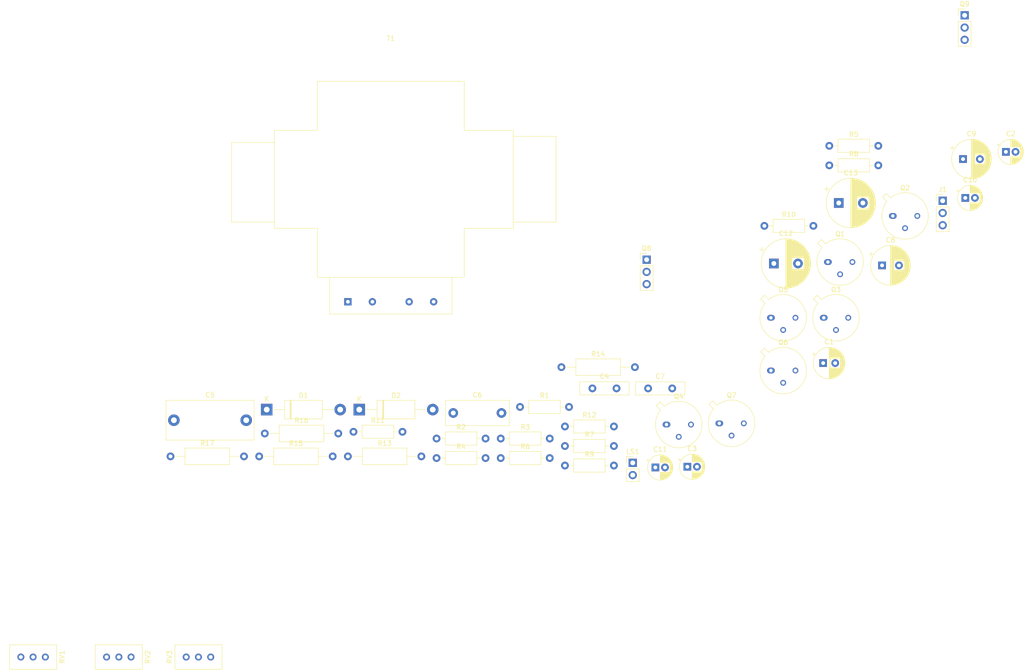
<source format=kicad_pcb>
(kicad_pcb (version 20171130) (host pcbnew 5.1.9)
  (layers (0 F.Cu signal) (31 B.Cu signal) (34 B.Paste user) (35 F.Paste user) (36 B.SilkS user) (37 F.SilkS user) (38 B.Mask user) (39 F.Mask user) (44 Edge.Cuts user))
  (net 0 "")
  (net 1 "Net-(C1-Pad2)")
  (net 2 GND)
  (net 3 "Net-(C2-Pad2)")
  (net 4 "Net-(C2-Pad1)")
  (net 5 "Net-(C3-Pad2)")
  (net 6 "Net-(C3-Pad1)")
  (net 7 "Net-(C4-Pad2)")
  (net 8 "Net-(C4-Pad1)")
  (net 9 "Net-(C5-Pad2)")
  (net 10 "Net-(C6-Pad2)")
  (net 11 "Net-(C6-Pad1)")
  (net 12 "Net-(C7-Pad1)")
  (net 13 -24V)
  (net 14 "Net-(C8-Pad1)")
  (net 15 "Net-(C10-Pad2)")
  (net 16 "Net-(C10-Pad1)")
  (net 17 "Net-(C11-Pad2)")
  (net 18 "Net-(C12-Pad1)")
  (net 19 "Net-(D1-Pad2)")
  (net 20 "Net-(D1-Pad1)")
  (net 21 "Net-(D2-Pad2)")
  (net 22 "Net-(J1-Pad3)")
  (net 23 "Net-(J1-Pad1)")
  (net 24 "Net-(LS1-Pad1)")
  (net 25 "Net-(Q1-Pad2)")
  (net 26 "Net-(Q2-Pad3)")
  (net 27 "Net-(Q2-Pad2)")
  (net 28 "Net-(Q4-Pad2)")
  (net 29 "Net-(Q6-Pad2)")
  (net 30 "Net-(Q7-Pad3)")
  (module footprints:Transformer_44x40 (layer F.Cu) (at 111 80)
    (fp_text reference T1 (at 0 -29.21) (layer F.SilkS))
    (fp_text value Transformer_1P_1S)
    (pad "" np_thru_hole oval (at -27.94 0 90) (size 4 6) (drill oval 4 6) (layers *.Cu *.Mask))
    (pad "" np_thru_hole oval (at 29.21 0 90) (size 4 6) (drill oval 4 6) (layers *.Cu *.Mask))
    (pad 4 thru_hole circle (at 8.89 25.4) (size 1.524 1.524) (drill 0.762) (layers *.Cu *.Mask) (net 16 "Net-(C10-Pad1)"))
    (pad 3 thru_hole circle (at 3.81 25.4) (size 1.524 1.524) (drill 0.762) (layers *.Cu *.Mask) (net 2 GND))
    (pad 2 thru_hole circle (at -3.81 25.4) (size 1.524 1.524) (drill 0.762) (layers *.Cu *.Mask) (net 14 "Net-(C8-Pad1)"))
    (pad 1 thru_hole rect (at -8.89 25.4) (size 1.524 1.524) (drill 0.762) (layers *.Cu *.Mask) (net 28 "Net-(Q4-Pad2)"))
  )
  (module Connector_PinHeader_2.54mm:PinHeader_1x03_P2.54mm_Vertical (layer F.Cu) (at 230 46)
    (fp_text reference Q9 (at 0 -2.33) (layer F.SilkS))
    (fp_text value П213Б)
    (pad 3 thru_hole oval (at 0 5.08) (size 1.7 1.7) (drill 1) (layers *.Cu *.Mask) (net 24 "Net-(LS1-Pad1)"))
    (pad 2 thru_hole oval (at 0 2.54) (size 1.7 1.7) (drill 1) (layers *.Cu *.Mask) (net 2 GND))
    (pad 1 thru_hole rect (at 0 0) (size 1.7 1.7) (drill 1) (layers *.Cu *.Mask) (net 30 "Net-(Q7-Pad3)"))
  )
  (module Connector_PinHeader_2.54mm:PinHeader_1x03_P2.54mm_Vertical (layer F.Cu) (at 164.058088 96.663225)
    (fp_text reference Q8 (at 0 -2.33) (layer F.SilkS))
    (fp_text value П213Б)
    (pad 3 thru_hole oval (at 0 5.08) (size 1.7 1.7) (drill 1) (layers *.Cu *.Mask) (net 13 -24V))
    (pad 2 thru_hole oval (at 0 2.54) (size 1.7 1.7) (drill 1) (layers *.Cu *.Mask) (net 24 "Net-(LS1-Pad1)"))
    (pad 1 thru_hole rect (at 0 0) (size 1.7 1.7) (drill 1) (layers *.Cu *.Mask) (net 29 "Net-(Q6-Pad2)"))
  )
  (module Potentiometer_THT:Potentiometer_Bourns_3386C_Horizontal (layer F.Cu) (at 68.58 179.07 90)
    (fp_text reference RV3 (at 0 -3.475 90) (layer F.SilkS))
    (fp_text value 47K)
    (pad 1 thru_hole circle (at 0 0 90) (size 1.44 1.44) (drill 0.8) (layers *.Cu *.Mask) (net 10 "Net-(C6-Pad2)"))
    (pad 2 thru_hole circle (at 0 2.54 90) (size 1.44 1.44) (drill 0.8) (layers *.Cu *.Mask) (net 6 "Net-(C3-Pad1)"))
    (pad 3 thru_hole circle (at 0 5.08 90) (size 1.44 1.44) (drill 0.8) (layers *.Cu *.Mask) (net 12 "Net-(C7-Pad1)"))
  )
  (module Potentiometer_THT:Potentiometer_Bourns_3386C_Horizontal (layer F.Cu) (at 57.15 179.07 270)
    (fp_text reference RV2 (at 0 -3.475 90) (layer F.SilkS))
    (fp_text value 47K)
    (pad 1 thru_hole circle (at 0 0 270) (size 1.44 1.44) (drill 0.8) (layers *.Cu *.Mask) (net 7 "Net-(C4-Pad2)"))
    (pad 2 thru_hole circle (at 0 2.54 270) (size 1.44 1.44) (drill 0.8) (layers *.Cu *.Mask) (net 8 "Net-(C4-Pad1)"))
    (pad 3 thru_hole circle (at 0 5.08 270) (size 1.44 1.44) (drill 0.8) (layers *.Cu *.Mask) (net 9 "Net-(C5-Pad2)"))
  )
  (module Potentiometer_THT:Potentiometer_Bourns_3386C_Horizontal (layer F.Cu) (at 39.37 179.07 270)
    (fp_text reference RV1 (at 0 -3.475 90) (layer F.SilkS))
    (fp_text value 47K)
    (pad 1 thru_hole circle (at 0 0 270) (size 1.44 1.44) (drill 0.8) (layers *.Cu *.Mask) (net 23 "Net-(J1-Pad1)"))
    (pad 2 thru_hole circle (at 0 2.54 270) (size 1.44 1.44) (drill 0.8) (layers *.Cu *.Mask) (net 4 "Net-(C2-Pad1)"))
    (pad 3 thru_hole circle (at 0 5.08 270) (size 1.44 1.44) (drill 0.8) (layers *.Cu *.Mask) (net 2 GND))
  )
  (module Resistor_THT:R_Axial_DIN0309_L9.0mm_D3.2mm_P15.24mm_Horizontal (layer F.Cu) (at 65.324759 137.46)
    (fp_text reference R17 (at 7.62 -2.72) (layer F.SilkS))
    (fp_text value 330)
    (pad 2 thru_hole oval (at 15.24 0) (size 1.6 1.6) (drill 0.8) (layers *.Cu *.Mask) (net 2 GND))
    (pad 1 thru_hole circle (at 0 0) (size 1.6 1.6) (drill 0.8) (layers *.Cu *.Mask) (net 30 "Net-(Q7-Pad3)"))
  )
  (module Resistor_THT:R_Axial_DIN0309_L9.0mm_D3.2mm_P15.24mm_Horizontal (layer F.Cu) (at 84.874759 132.71)
    (fp_text reference R16 (at 7.62 -2.72) (layer F.SilkS))
    (fp_text value 350)
    (pad 2 thru_hole oval (at 15.24 0) (size 1.6 1.6) (drill 0.8) (layers *.Cu *.Mask) (net 24 "Net-(LS1-Pad1)"))
    (pad 1 thru_hole circle (at 0 0) (size 1.6 1.6) (drill 0.8) (layers *.Cu *.Mask) (net 29 "Net-(Q6-Pad2)"))
  )
  (module Resistor_THT:R_Axial_DIN0309_L9.0mm_D3.2mm_P15.24mm_Horizontal (layer F.Cu) (at 83.714759 137.46)
    (fp_text reference R15 (at 7.62 -2.72) (layer F.SilkS))
    (fp_text value 6.8K*)
    (pad 2 thru_hole oval (at 15.24 0) (size 1.6 1.6) (drill 0.8) (layers *.Cu *.Mask) (net 2 GND))
    (pad 1 thru_hole circle (at 0 0) (size 1.6 1.6) (drill 0.8) (layers *.Cu *.Mask) (net 17 "Net-(C11-Pad2)"))
  )
  (module Resistor_THT:R_Axial_DIN0309_L9.0mm_D3.2mm_P15.24mm_Horizontal (layer F.Cu) (at 146.384759 118.96)
    (fp_text reference R14 (at 7.62 -2.72) (layer F.SilkS))
    (fp_text value 51*)
    (pad 2 thru_hole oval (at 15.24 0) (size 1.6 1.6) (drill 0.8) (layers *.Cu *.Mask) (net 17 "Net-(C11-Pad2)"))
    (pad 1 thru_hole circle (at 0 0) (size 1.6 1.6) (drill 0.8) (layers *.Cu *.Mask) (net 21 "Net-(D2-Pad2)"))
  )
  (module Resistor_THT:R_Axial_DIN0309_L9.0mm_D3.2mm_P15.24mm_Horizontal (layer F.Cu) (at 102.104759 137.46)
    (fp_text reference R13 (at 7.62 -2.72) (layer F.SilkS))
    (fp_text value 6.8K*)
    (pad 2 thru_hole oval (at 15.24 0) (size 1.6 1.6) (drill 0.8) (layers *.Cu *.Mask) (net 15 "Net-(C10-Pad2)"))
    (pad 1 thru_hole circle (at 0 0) (size 1.6 1.6) (drill 0.8) (layers *.Cu *.Mask) (net 13 -24V))
  )
  (module Resistor_THT:R_Axial_DIN0207_L6.3mm_D2.5mm_P10.16mm_Horizontal (layer F.Cu) (at 147.114759 131.26)
    (fp_text reference R12 (at 5.08 -2.37) (layer F.SilkS))
    (fp_text value 3K)
    (pad 2 thru_hole oval (at 10.16 0) (size 1.6 1.6) (drill 0.8) (layers *.Cu *.Mask) (net 2 GND))
    (pad 1 thru_hole circle (at 0 0) (size 1.6 1.6) (drill 0.8) (layers *.Cu *.Mask) (net 19 "Net-(D1-Pad2)"))
  )
  (module Resistor_THT:R_Axial_DIN0207_L6.3mm_D2.5mm_P10.16mm_Horizontal (layer F.Cu) (at 103.264759 132.36)
    (fp_text reference R11 (at 5.08 -2.37) (layer F.SilkS))
    (fp_text value 200)
    (pad 2 thru_hole oval (at 10.16 0) (size 1.6 1.6) (drill 0.8) (layers *.Cu *.Mask) (net 2 GND))
    (pad 1 thru_hole circle (at 0 0) (size 1.6 1.6) (drill 0.8) (layers *.Cu *.Mask) (net 27 "Net-(Q2-Pad2)"))
  )
  (module Resistor_THT:R_Axial_DIN0207_L6.3mm_D2.5mm_P10.16mm_Horizontal (layer F.Cu) (at 188.474759 89.66)
    (fp_text reference R10 (at 5.08 -2.37) (layer F.SilkS))
    (fp_text value 9.1K)
    (pad 2 thru_hole oval (at 10.16 0) (size 1.6 1.6) (drill 0.8) (layers *.Cu *.Mask) (net 26 "Net-(Q2-Pad3)"))
    (pad 1 thru_hole circle (at 0 0) (size 1.6 1.6) (drill 0.8) (layers *.Cu *.Mask) (net 13 -24V))
  )
  (module Resistor_THT:R_Axial_DIN0207_L6.3mm_D2.5mm_P10.16mm_Horizontal (layer F.Cu) (at 147.114759 139.36)
    (fp_text reference R9 (at 5.08 -2.37) (layer F.SilkS))
    (fp_text value 510K)
    (pad 2 thru_hole oval (at 10.16 0) (size 1.6 1.6) (drill 0.8) (layers *.Cu *.Mask) (net 11 "Net-(C6-Pad1)"))
    (pad 1 thru_hole circle (at 0 0) (size 1.6 1.6) (drill 0.8) (layers *.Cu *.Mask) (net 26 "Net-(Q2-Pad3)"))
  )
  (module Resistor_THT:R_Axial_DIN0207_L6.3mm_D2.5mm_P10.16mm_Horizontal (layer F.Cu) (at 201.934759 77.11)
    (fp_text reference R8 (at 5.08 -2.37) (layer F.SilkS))
    (fp_text value 1K)
    (pad 2 thru_hole oval (at 10.16 0) (size 1.6 1.6) (drill 0.8) (layers *.Cu *.Mask) (net 8 "Net-(C4-Pad1)"))
    (pad 1 thru_hole circle (at 0 0) (size 1.6 1.6) (drill 0.8) (layers *.Cu *.Mask) (net 6 "Net-(C3-Pad1)"))
  )
  (module Resistor_THT:R_Axial_DIN0207_L6.3mm_D2.5mm_P10.16mm_Horizontal (layer F.Cu) (at 147.114759 135.31)
    (fp_text reference R7 (at 5.08 -2.37) (layer F.SilkS))
    (fp_text value 910)
    (pad 2 thru_hole oval (at 10.16 0) (size 1.6 1.6) (drill 0.8) (layers *.Cu *.Mask) (net 2 GND))
    (pad 1 thru_hole circle (at 0 0) (size 1.6 1.6) (drill 0.8) (layers *.Cu *.Mask) (net 9 "Net-(C5-Pad2)"))
  )
  (module Resistor_THT:R_Axial_DIN0207_L6.3mm_D2.5mm_P10.16mm_Horizontal (layer F.Cu) (at 133.804759 137.81)
    (fp_text reference R6 (at 5.08 -2.37) (layer F.SilkS))
    (fp_text value 6.2K)
    (pad 2 thru_hole oval (at 10.16 0) (size 1.6 1.6) (drill 0.8) (layers *.Cu *.Mask) (net 7 "Net-(C4-Pad2)"))
    (pad 1 thru_hole circle (at 0 0) (size 1.6 1.6) (drill 0.8) (layers *.Cu *.Mask) (net 11 "Net-(C6-Pad1)"))
  )
  (module Resistor_THT:R_Axial_DIN0207_L6.3mm_D2.5mm_P10.16mm_Horizontal (layer F.Cu) (at 201.934759 73.06)
    (fp_text reference R5 (at 5.08 -2.37) (layer F.SilkS))
    (fp_text value 15K)
    (pad 2 thru_hole oval (at 10.16 0) (size 1.6 1.6) (drill 0.8) (layers *.Cu *.Mask) (net 1 "Net-(C1-Pad2)"))
    (pad 1 thru_hole circle (at 0 0) (size 1.6 1.6) (drill 0.8) (layers *.Cu *.Mask) (net 13 -24V))
  )
  (module Resistor_THT:R_Axial_DIN0207_L6.3mm_D2.5mm_P10.16mm_Horizontal (layer F.Cu) (at 120.494759 137.81)
    (fp_text reference R4 (at 5.08 -2.37) (layer F.SilkS))
    (fp_text value 350)
    (pad 2 thru_hole oval (at 10.16 0) (size 1.6 1.6) (drill 0.8) (layers *.Cu *.Mask) (net 2 GND))
    (pad 1 thru_hole circle (at 0 0) (size 1.6 1.6) (drill 0.8) (layers *.Cu *.Mask) (net 25 "Net-(Q1-Pad2)"))
  )
  (module Resistor_THT:R_Axial_DIN0207_L6.3mm_D2.5mm_P10.16mm_Horizontal (layer F.Cu) (at 133.804759 133.76)
    (fp_text reference R3 (at 5.08 -2.37) (layer F.SilkS))
    (fp_text value 6.2K)
    (pad 2 thru_hole oval (at 10.16 0) (size 1.6 1.6) (drill 0.8) (layers *.Cu *.Mask) (net 5 "Net-(C3-Pad2)"))
    (pad 1 thru_hole circle (at 0 0) (size 1.6 1.6) (drill 0.8) (layers *.Cu *.Mask) (net 1 "Net-(C1-Pad2)"))
  )
  (module Resistor_THT:R_Axial_DIN0207_L6.3mm_D2.5mm_P10.16mm_Horizontal (layer F.Cu) (at 120.494759 133.76)
    (fp_text reference R2 (at 5.08 -2.37) (layer F.SilkS))
    (fp_text value 270K)
    (pad 2 thru_hole oval (at 10.16 0) (size 1.6 1.6) (drill 0.8) (layers *.Cu *.Mask) (net 3 "Net-(C2-Pad2)"))
    (pad 1 thru_hole circle (at 0 0) (size 1.6 1.6) (drill 0.8) (layers *.Cu *.Mask) (net 1 "Net-(C1-Pad2)"))
  )
  (module Resistor_THT:R_Axial_DIN0207_L6.3mm_D2.5mm_P10.16mm_Horizontal (layer F.Cu) (at 137.804759 127.21)
    (fp_text reference R1 (at 5.08 -2.37) (layer F.SilkS))
    (fp_text value 150)
    (pad 2 thru_hole oval (at 10.16 0) (size 1.6 1.6) (drill 0.8) (layers *.Cu *.Mask) (net 23 "Net-(J1-Pad1)"))
    (pad 1 thru_hole circle (at 0 0) (size 1.6 1.6) (drill 0.8) (layers *.Cu *.Mask) (net 22 "Net-(J1-Pad3)"))
  )
  (module Package_TO_SOT_THT:TO-5-3 (layer F.Cu) (at 179.124759 130.61)
    (fp_text reference Q7 (at 2.54 -5.82) (layer F.SilkS))
    (fp_text value МП37А)
    (pad 3 thru_hole oval (at 5.08 0) (size 1.2 1.2) (drill 0.7) (layers *.Cu *.Mask) (net 30 "Net-(Q7-Pad3)"))
    (pad 2 thru_hole oval (at 2.54 2.54) (size 1.2 1.2) (drill 0.7) (layers *.Cu *.Mask) (net 24 "Net-(LS1-Pad1)"))
    (pad 1 thru_hole oval (at 0 0) (size 1.6 1.2) (drill 0.7) (layers *.Cu *.Mask) (net 17 "Net-(C11-Pad2)"))
  )
  (module Package_TO_SOT_THT:TO-5-3 (layer F.Cu) (at 189.834759 119.66)
    (fp_text reference Q6 (at 2.54 -5.82) (layer F.SilkS))
    (fp_text value МП40A)
    (pad 3 thru_hole oval (at 5.08 0) (size 1.2 1.2) (drill 0.7) (layers *.Cu *.Mask) (net 13 -24V))
    (pad 2 thru_hole oval (at 2.54 2.54) (size 1.2 1.2) (drill 0.7) (layers *.Cu *.Mask) (net 29 "Net-(Q6-Pad2)"))
    (pad 1 thru_hole oval (at 0 0) (size 1.6 1.2) (drill 0.7) (layers *.Cu *.Mask) (net 15 "Net-(C10-Pad2)"))
  )
  (module Package_TO_SOT_THT:TO-5-3 (layer F.Cu) (at 189.834759 108.71)
    (fp_text reference Q5 (at 2.54 -5.82) (layer F.SilkS))
    (fp_text value МП37А)
    (pad 3 thru_hole oval (at 5.08 0) (size 1.2 1.2) (drill 0.7) (layers *.Cu *.Mask) (net 2 GND))
    (pad 2 thru_hole oval (at 2.54 2.54) (size 1.2 1.2) (drill 0.7) (layers *.Cu *.Mask) (net 28 "Net-(Q4-Pad2)"))
    (pad 1 thru_hole oval (at 0 0) (size 1.6 1.2) (drill 0.7) (layers *.Cu *.Mask) (net 19 "Net-(D1-Pad2)"))
  )
  (module Package_TO_SOT_THT:TO-5-3 (layer F.Cu) (at 168.174759 130.86)
    (fp_text reference Q4 (at 2.54 -5.82) (layer F.SilkS))
    (fp_text value МП25Б)
    (pad 3 thru_hole oval (at 5.08 0) (size 1.2 1.2) (drill 0.7) (layers *.Cu *.Mask) (net 13 -24V))
    (pad 2 thru_hole oval (at 2.54 2.54) (size 1.2 1.2) (drill 0.7) (layers *.Cu *.Mask) (net 28 "Net-(Q4-Pad2)"))
    (pad 1 thru_hole oval (at 0 0) (size 1.6 1.2) (drill 0.7) (layers *.Cu *.Mask) (net 20 "Net-(D1-Pad1)"))
  )
  (module Package_TO_SOT_THT:TO-5-3 (layer F.Cu) (at 200.784759 108.71)
    (fp_text reference Q3 (at 2.54 -5.82) (layer F.SilkS))
    (fp_text value МП25Б)
    (pad 3 thru_hole oval (at 5.08 0) (size 1.2 1.2) (drill 0.7) (layers *.Cu *.Mask) (net 13 -24V))
    (pad 2 thru_hole oval (at 2.54 2.54) (size 1.2 1.2) (drill 0.7) (layers *.Cu *.Mask) (net 20 "Net-(D1-Pad1)"))
    (pad 1 thru_hole oval (at 0 0) (size 1.6 1.2) (drill 0.7) (layers *.Cu *.Mask) (net 26 "Net-(Q2-Pad3)"))
  )
  (module Package_TO_SOT_THT:TO-5-3 (layer F.Cu) (at 215.104759 87.6)
    (fp_text reference Q2 (at 2.54 -5.82) (layer F.SilkS))
    (fp_text value МП41А)
    (pad 3 thru_hole oval (at 5.08 0) (size 1.2 1.2) (drill 0.7) (layers *.Cu *.Mask) (net 26 "Net-(Q2-Pad3)"))
    (pad 2 thru_hole oval (at 2.54 2.54) (size 1.2 1.2) (drill 0.7) (layers *.Cu *.Mask) (net 27 "Net-(Q2-Pad2)"))
    (pad 1 thru_hole oval (at 0 0) (size 1.6 1.2) (drill 0.7) (layers *.Cu *.Mask) (net 11 "Net-(C6-Pad1)"))
  )
  (module Package_TO_SOT_THT:TO-5-3 (layer F.Cu) (at 201.644759 97.16)
    (fp_text reference Q1 (at 2.54 -5.82) (layer F.SilkS))
    (fp_text value МП41А)
    (pad 3 thru_hole oval (at 5.08 0) (size 1.2 1.2) (drill 0.7) (layers *.Cu *.Mask) (net 5 "Net-(C3-Pad2)"))
    (pad 2 thru_hole oval (at 2.54 2.54) (size 1.2 1.2) (drill 0.7) (layers *.Cu *.Mask) (net 25 "Net-(Q1-Pad2)"))
    (pad 1 thru_hole oval (at 0 0) (size 1.6 1.2) (drill 0.7) (layers *.Cu *.Mask) (net 3 "Net-(C2-Pad2)"))
  )
  (module Connector_PinHeader_2.54mm:PinHeader_1x02_P2.54mm_Vertical (layer F.Cu) (at 161.174759 138.8)
    (fp_text reference LS1 (at 0 -2.33) (layer F.SilkS))
    (fp_text value "4..16Ω ")
    (pad 2 thru_hole oval (at 0 2.54) (size 1.7 1.7) (drill 1) (layers *.Cu *.Mask) (net 18 "Net-(C12-Pad1)"))
    (pad 1 thru_hole rect (at 0 0) (size 1.7 1.7) (drill 1) (layers *.Cu *.Mask) (net 24 "Net-(LS1-Pad1)"))
  )
  (module Connector_PinHeader_2.54mm:PinHeader_1x03_P2.54mm_Vertical (layer F.Cu) (at 225.444759 84.45)
    (fp_text reference J1 (at 0 -2.33) (layer F.SilkS))
    (fp_text value DIN-3)
    (pad 3 thru_hole oval (at 0 5.08) (size 1.7 1.7) (drill 1) (layers *.Cu *.Mask) (net 22 "Net-(J1-Pad3)"))
    (pad 2 thru_hole oval (at 0 2.54) (size 1.7 1.7) (drill 1) (layers *.Cu *.Mask) (net 2 GND))
    (pad 1 thru_hole rect (at 0 0) (size 1.7 1.7) (drill 1) (layers *.Cu *.Mask) (net 23 "Net-(J1-Pad1)"))
  )
  (module Diode_THT:D_DO-15_P15.24mm_Horizontal (layer F.Cu) (at 104.464759 127.76)
    (fp_text reference D2 (at 7.62 -2.92) (layer F.SilkS))
    (fp_text value Д9Д)
    (fp_text user K (at 0 -2.2) (layer F.SilkS))
    (pad 2 thru_hole oval (at 15.24 0) (size 2.4 2.4) (drill 1.2) (layers *.Cu *.Mask) (net 21 "Net-(D2-Pad2)"))
    (pad 1 thru_hole rect (at 0 0) (size 2.4 2.4) (drill 1.2) (layers *.Cu *.Mask) (net 15 "Net-(C10-Pad2)"))
  )
  (module Diode_THT:D_DO-15_P15.24mm_Horizontal (layer F.Cu) (at 85.274759 127.76)
    (fp_text reference D1 (at 7.62 -2.92) (layer F.SilkS))
    (fp_text value Д9В)
    (fp_text user K (at 0 -2.2) (layer F.SilkS))
    (pad 2 thru_hole oval (at 15.24 0) (size 2.4 2.4) (drill 1.2) (layers *.Cu *.Mask) (net 19 "Net-(D1-Pad2)"))
    (pad 1 thru_hole rect (at 0 0) (size 2.4 2.4) (drill 1.2) (layers *.Cu *.Mask) (net 20 "Net-(D1-Pad1)"))
  )
  (module Capacitor_THT:CP_Radial_D10.0mm_P5.00mm (layer F.Cu) (at 203.899405 84.91)
    (fp_text reference C13 (at 2.5 -6.25) (layer F.SilkS))
    (fp_text value "500u x 25V")
    (pad 2 thru_hole circle (at 5 0) (size 2 2) (drill 1) (layers *.Cu *.Mask) (net 18 "Net-(C12-Pad1)"))
    (pad 1 thru_hole rect (at 0 0) (size 2 2) (drill 1) (layers *.Cu *.Mask) (net 2 GND))
  )
  (module Capacitor_THT:CP_Radial_D10.0mm_P5.00mm (layer F.Cu) (at 190.439405 97.46)
    (fp_text reference C12 (at 2.5 -6.25) (layer F.SilkS))
    (fp_text value "500u x 25V")
    (pad 2 thru_hole circle (at 5 0) (size 2 2) (drill 1) (layers *.Cu *.Mask) (net 13 -24V))
    (pad 1 thru_hole rect (at 0 0) (size 2 2) (drill 1) (layers *.Cu *.Mask) (net 18 "Net-(C12-Pad1)"))
  )
  (module Capacitor_THT:CP_Radial_D5.0mm_P2.00mm (layer F.Cu) (at 165.864534 139.75)
    (fp_text reference C11 (at 1 -3.75) (layer F.SilkS))
    (fp_text value "10u x 25V")
    (pad 2 thru_hole circle (at 2 0) (size 1.6 1.6) (drill 0.8) (layers *.Cu *.Mask) (net 17 "Net-(C11-Pad2)"))
    (pad 1 thru_hole rect (at 0 0) (size 1.6 1.6) (drill 0.8) (layers *.Cu *.Mask) (net 16 "Net-(C10-Pad1)"))
  )
  (module Capacitor_THT:CP_Radial_D5.0mm_P2.00mm (layer F.Cu) (at 230.134534 83.86)
    (fp_text reference C10 (at 1 -3.75) (layer F.SilkS))
    (fp_text value "10u x 25V")
    (pad 2 thru_hole circle (at 2 0) (size 1.6 1.6) (drill 0.8) (layers *.Cu *.Mask) (net 15 "Net-(C10-Pad2)"))
    (pad 1 thru_hole rect (at 0 0) (size 1.6 1.6) (drill 0.8) (layers *.Cu *.Mask) (net 16 "Net-(C10-Pad1)"))
  )
  (module Capacitor_THT:CP_Radial_D8.0mm_P3.50mm (layer F.Cu) (at 229.669457 75.81)
    (fp_text reference C9 (at 1.75 -5.25) (layer F.SilkS))
    (fp_text value "200u x 25V")
    (pad 2 thru_hole circle (at 3.5 0) (size 1.6 1.6) (drill 0.8) (layers *.Cu *.Mask) (net 14 "Net-(C8-Pad1)"))
    (pad 1 thru_hole rect (at 0 0) (size 1.6 1.6) (drill 0.8) (layers *.Cu *.Mask) (net 2 GND))
  )
  (module Capacitor_THT:CP_Radial_D8.0mm_P3.50mm (layer F.Cu) (at 212.879457 97.85)
    (fp_text reference C8 (at 1.75 -5.25) (layer F.SilkS))
    (fp_text value "200u x 25V")
    (pad 2 thru_hole circle (at 3.5 0) (size 1.6 1.6) (drill 0.8) (layers *.Cu *.Mask) (net 13 -24V))
    (pad 1 thru_hole rect (at 0 0) (size 1.6 1.6) (drill 0.8) (layers *.Cu *.Mask) (net 14 "Net-(C8-Pad1)"))
  )
  (module Capacitor_THT:C_Disc_D10.0mm_W2.5mm_P5.00mm (layer F.Cu) (at 164.364759 123.36)
    (fp_text reference C7 (at 2.5 -2.5) (layer F.SilkS))
    (fp_text value 0.033u)
    (pad 2 thru_hole circle (at 5 0) (size 1.6 1.6) (drill 0.8) (layers *.Cu *.Mask) (net 2 GND))
    (pad 1 thru_hole circle (at 0 0) (size 1.6 1.6) (drill 0.8) (layers *.Cu *.Mask) (net 12 "Net-(C7-Pad1)"))
  )
  (module Capacitor_THT:C_Rect_L13.0mm_W5.0mm_P10.00mm_FKS3_FKP3_MKS4 (layer F.Cu) (at 123.954759 128.46)
    (fp_text reference C6 (at 5 -3.75) (layer F.SilkS))
    (fp_text value 0.01u)
    (pad 2 thru_hole circle (at 10 0) (size 2 2) (drill 1) (layers *.Cu *.Mask) (net 10 "Net-(C6-Pad2)"))
    (pad 1 thru_hole circle (at 0 0) (size 2 2) (drill 1) (layers *.Cu *.Mask) (net 11 "Net-(C6-Pad1)"))
  )
  (module Capacitor_THT:C_Rect_L18.0mm_W8.0mm_P15.00mm_FKS3_FKP3 (layer F.Cu) (at 66.024759 129.96)
    (fp_text reference C5 (at 7.5 -5.25) (layer F.SilkS))
    (fp_text value 0.3u)
    (pad 2 thru_hole circle (at 15 0) (size 2.4 2.4) (drill 1.2) (layers *.Cu *.Mask) (net 9 "Net-(C5-Pad2)"))
    (pad 1 thru_hole circle (at 0 0) (size 2.4 2.4) (drill 1.2) (layers *.Cu *.Mask) (net 8 "Net-(C4-Pad1)"))
  )
  (module Capacitor_THT:C_Disc_D10.0mm_W2.5mm_P5.00mm (layer F.Cu) (at 152.814759 123.36)
    (fp_text reference C4 (at 2.5 -2.5) (layer F.SilkS))
    (fp_text value 0.033u)
    (pad 2 thru_hole circle (at 5 0) (size 1.6 1.6) (drill 0.8) (layers *.Cu *.Mask) (net 7 "Net-(C4-Pad2)"))
    (pad 1 thru_hole circle (at 0 0) (size 1.6 1.6) (drill 0.8) (layers *.Cu *.Mask) (net 8 "Net-(C4-Pad1)"))
  )
  (module Capacitor_THT:CP_Radial_D5.0mm_P2.00mm (layer F.Cu) (at 172.494534 139.61)
    (fp_text reference C3 (at 1 -3.75) (layer F.SilkS))
    (fp_text value 10u)
    (pad 2 thru_hole circle (at 2 0) (size 1.6 1.6) (drill 0.8) (layers *.Cu *.Mask) (net 5 "Net-(C3-Pad2)"))
    (pad 1 thru_hole rect (at 0 0) (size 1.6 1.6) (drill 0.8) (layers *.Cu *.Mask) (net 6 "Net-(C3-Pad1)"))
  )
  (module Capacitor_THT:CP_Radial_D5.0mm_P2.00mm (layer F.Cu) (at 238.554534 74.31)
    (fp_text reference C2 (at 1 -3.75) (layer F.SilkS))
    (fp_text value 10u)
    (pad 2 thru_hole circle (at 2 0) (size 1.6 1.6) (drill 0.8) (layers *.Cu *.Mask) (net 3 "Net-(C2-Pad2)"))
    (pad 1 thru_hole rect (at 0 0) (size 1.6 1.6) (drill 0.8) (layers *.Cu *.Mask) (net 4 "Net-(C2-Pad1)"))
  )
  (module Capacitor_THT:CP_Radial_D6.3mm_P2.50mm (layer F.Cu) (at 200.66 118.11)
    (fp_text reference C1 (at 1.25 -4.4) (layer F.SilkS))
    (fp_text value "100u x 25V")
    (pad 2 thru_hole circle (at 2.5 0) (size 1.6 1.6) (drill 0.8) (layers *.Cu *.Mask) (net 1 "Net-(C1-Pad2)"))
    (pad 1 thru_hole rect (at 0 0) (size 1.6 1.6) (drill 0.8) (layers *.Cu *.Mask) (net 2 GND))
  )
)
</source>
